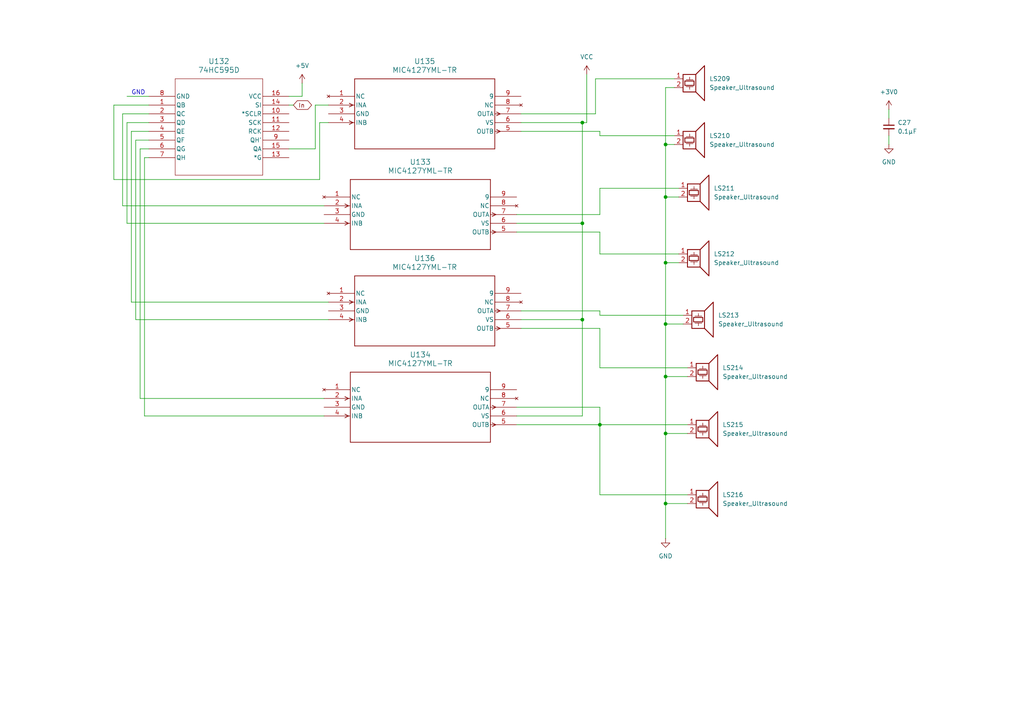
<source format=kicad_sch>
(kicad_sch (version 20250114) (generator "eeschema") (generator_version "9.0")
  (paper "A4")
  (lib_symbols
    (symbol "2025-12-28_09-02-17:MIC4127YML-TR" (pin_names (offset 0.254))
      (property "Reference" "U" (at 27.94 10.16 0))
      (property "Value" "MIC4127YML-TR" (at 27.94 7.62 0))
      (symbol "MIC4127YML-TR_0_1"
        (polyline (pts (xy 7.0993 -2.54) (xy 6.0579 -2.0193)) (stroke (width 0.2032)))
        (polyline (pts (xy 7.0993 -2.54) (xy 6.0579 -3.0607)) (stroke (width 0.2032)))
        (polyline (pts (xy 7.0993 -7.62) (xy 6.0579 -7.0993)) (stroke (width 0.2032)))
        (polyline (pts (xy 7.0993 -7.62) (xy 6.0579 -8.1407)) (stroke (width 0.2032)))
        (polyline (pts (xy 7.62 5.08) (xy 7.62 -15.24)) (stroke (width 0.2032)))
        (polyline (pts (xy 7.62 -15.24) (xy 48.26 -15.24)) (stroke (width 0.2032)))
        (polyline (pts (xy 48.26 5.08) (xy 7.62 5.08)) (stroke (width 0.2032)))
        (polyline (pts (xy 48.26 -15.24) (xy 48.26 5.08)) (stroke (width 0.2032)))
        (polyline (pts (xy 48.7807 -4.5593) (xy 49.8221 -5.08)) (stroke (width 0.2032)))
        (polyline (pts (xy 48.7807 -5.6007) (xy 49.8221 -5.08)) (stroke (width 0.2032)))
        (polyline (pts (xy 48.7807 -9.6393) (xy 49.8221 -10.16)) (stroke (width 0.2032)))
        (polyline (pts (xy 48.7807 -10.6807) (xy 49.8221 -10.16)) (stroke (width 0.2032)))
        (pin no_connect line (at 0 0 0) (length 7.62) (name "NC") (number "1"))
        (pin input line (at 0 -2.54 0) (length 7.62) (name "INA") (number "2"))
        (pin power_in line (at 0 -5.08 0) (length 7.62) (name "GND") (number "3"))
        (pin input line (at 0 -7.62 0) (length 7.62) (name "INB") (number "4"))
        (pin unspecified line (at 55.88 0 180) (length 7.62) (name "9") (number "9"))
        (pin no_connect line (at 55.88 -2.54 180) (length 7.62) (name "NC") (number "8"))
        (pin output line (at 55.88 -5.08 180) (length 7.62) (name "OUTA") (number "7"))
        (pin power_in line (at 55.88 -7.62 180) (length 7.62) (name "VS") (number "6"))
        (pin output line (at 55.88 -10.16 180) (length 7.62) (name "OUTB") (number "5"))
      )
    )
    (symbol "2025-12-28_09-22-42:74HC595D" (pin_names (offset 0.254))
      (property "Reference" "U" (at 20.32 10.16 0))
      (property "Value" "74HC595D" (at 20.32 7.62 0))
      (symbol "74HC595D_0_1"
        (polyline (pts (xy 7.62 5.08) (xy 7.62 -22.86)) (stroke (width 0.127)))
        (polyline (pts (xy 7.62 -22.86) (xy 33.02 -22.86)) (stroke (width 0.127)))
        (polyline (pts (xy 33.02 5.08) (xy 7.62 5.08)) (stroke (width 0.127)))
        (polyline (pts (xy 33.02 -22.86) (xy 33.02 5.08)) (stroke (width 0.127)))
        (pin power_out line (at 0 0 0) (length 7.62) (name "GND") (number "8"))
        (pin output line (at 0 -2.54 0) (length 7.62) (name "QB") (number "1"))
        (pin output line (at 0 -5.08 0) (length 7.62) (name "QC") (number "2"))
        (pin output line (at 0 -7.62 0) (length 7.62) (name "QD") (number "3"))
        (pin output line (at 0 -10.16 0) (length 7.62) (name "QE") (number "4"))
        (pin output line (at 0 -12.7 0) (length 7.62) (name "QF") (number "5"))
        (pin output line (at 0 -15.24 0) (length 7.62) (name "QG") (number "6"))
        (pin output line (at 0 -17.78 0) (length 7.62) (name "QH") (number "7"))
        (pin power_in line (at 40.64 0 180) (length 7.62) (name "VCC") (number "16"))
        (pin input line (at 40.64 -2.54 180) (length 7.62) (name "SI") (number "14"))
        (pin input line (at 40.64 -5.08 180) (length 7.62) (name "*SCLR") (number "10"))
        (pin input line (at 40.64 -7.62 180) (length 7.62) (name "SCK") (number "11"))
        (pin input line (at 40.64 -10.16 180) (length 7.62) (name "RCK") (number "12"))
        (pin output line (at 40.64 -12.7 180) (length 7.62) (name "QH'") (number "9"))
        (pin output line (at 40.64 -15.24 180) (length 7.62) (name "QA") (number "15"))
        (pin input line (at 40.64 -17.78 180) (length 7.62) (name "*G") (number "13"))
      )
    )
    (symbol "Device:C_Small" (pin_numbers (hide yes)) (pin_names (offset 0.254) (hide yes))
      (property "Reference" "C" (at 0.254 1.778 0))
      (property "Value" "C_Small" (at 0.254 -2.032 0))
      (symbol "C_Small_0_1"
        (polyline (pts (xy -1.524 0.508) (xy 1.524 0.508)) (stroke (width 0.3048)))
        (polyline (pts (xy -1.524 -0.508) (xy 1.524 -0.508)) (stroke (width 0.3302)))
      )
      (symbol "C_Small_1_1"
        (pin passive line (at 0 2.54 270) (length 2.032) (name "~") (number "1"))
        (pin passive line (at 0 -2.54 90) (length 2.032) (name "~") (number "2"))
      )
    )
    (symbol "Device:Speaker_Ultrasound" (pin_names (offset 0) (hide yes))
      (property "Reference" "LS" (at 0.635 5.715 0))
      (property "Value" "Speaker_Ultrasound" (at 0.635 3.81 0))
      (symbol "Speaker_Ultrasound_0_0"
        (rectangle (start -2.54 1.27) (end 1.143 -3.81) (stroke (width 0.254)))
        (rectangle (start -2.032 -0.635) (end 0.635 -1.905) (stroke (width 0.254)))
        (polyline (pts (xy -1.651 -0.254) (xy 0.381 -0.254)))
        (polyline (pts (xy -1.651 -2.286) (xy 0.381 -2.286)))
        (polyline (pts (xy -0.635 -0.254) (xy -0.635 0.508)))
        (polyline (pts (xy -0.635 -2.286) (xy -0.635 -3.048)))
        (polyline (pts (xy 1.143 1.27) (xy 3.683 3.81) (xy 3.683 -6.35) (xy 1.143 -3.81)) (stroke (width 0.254)))
      )
      (symbol "Speaker_Ultrasound_1_1"
        (pin input line (at -5.08 0 0) (length 2.54) (name "1") (number "1"))
        (pin input line (at -5.08 -2.54 0) (length 2.54) (name "2") (number "2"))
      )
    )
    (symbol "power:+3V0" (power) (pin_numbers (hide yes)) (pin_names (offset 0) (hide yes))
      (property "Value" "+3V0" (at 0 3.556 0))
      (symbol "+3V0_0_1"
        (polyline (pts (xy -0.762 1.27) (xy 0 2.54)))
        (polyline (pts (xy 0 2.54) (xy 0.762 1.27)))
        (polyline (pts (xy 0 0) (xy 0 2.54)))
      )
      (symbol "+3V0_1_1"
        (pin power_in line (at 0 0 90) (length 0) (name "~") (number "1"))
      )
    )
    (symbol "power:+5V" (power) (pin_numbers (hide yes)) (pin_names (offset 0) (hide yes))
      (property "Value" "+5V" (at 0 3.556 0))
      (symbol "+5V_0_1"
        (polyline (pts (xy -0.762 1.27) (xy 0 2.54)))
        (polyline (pts (xy 0 2.54) (xy 0.762 1.27)))
        (polyline (pts (xy 0 0) (xy 0 2.54)))
      )
      (symbol "+5V_1_1"
        (pin power_in line (at 0 0 90) (length 0) (name "~") (number "1"))
      )
    )
    (symbol "power:GND" (power) (pin_numbers (hide yes)) (pin_names (offset 0) (hide yes))
      (property "Value" "GND" (at 0 -3.81 0))
      (symbol "GND_0_1"
        (polyline (pts (xy 0 0) (xy 0 -1.27) (xy 1.27 -1.27) (xy 0 -2.54) (xy -1.27 -1.27) (xy 0 -1.27)))
      )
      (symbol "GND_1_1"
        (pin power_in line (at 0 0 270) (length 0) (name "~") (number "1"))
      )
    )
    (symbol "power:VCC" (power) (pin_numbers (hide yes)) (pin_names (offset 0) (hide yes))
      (property "Value" "VCC" (at 0 3.556 0))
      (symbol "VCC_0_1"
        (polyline (pts (xy -0.762 1.27) (xy 0 2.54)))
        (polyline (pts (xy 0 2.54) (xy 0.762 1.27)))
        (polyline (pts (xy 0 0) (xy 0 2.54)))
      )
      (symbol "VCC_1_1"
        (pin power_in line (at 0 0 90) (length 0) (name "~") (number "1"))
      )
    )
  )
  (text "GND" (at 40.132 26.924 0) (effects (font (size 1.27 1.27))))
  (junction (at 193.04 125.73))
  (junction (at 193.04 93.98))
  (junction (at 193.04 41.91))
  (junction (at 193.04 76.2))
  (junction (at 193.04 146.05))
  (junction (at 173.99 123.19))
  (junction (at 168.91 92.71))
  (junction (at 193.04 57.15))
  (junction (at 168.91 64.77))
  (junction (at 193.04 109.22))
  (junction (at 168.91 35.56))
  (wire (pts (xy 193.04 41.91) (xy 195.58 41.91)))
  (wire (pts (xy 39.37 40.64) (xy 39.37 92.71)))
  (wire (pts (xy 43.18 33.02) (xy 35.56 33.02)))
  (wire (pts (xy 83.82 27.94) (xy 87.63 27.94)))
  (wire (pts (xy 149.86 120.65) (xy 168.91 120.65)))
  (wire (pts (xy 173.99 123.19) (xy 173.99 143.51)))
  (wire (pts (xy 41.91 45.72) (xy 41.91 120.65)))
  (wire (pts (xy 173.99 54.61) (xy 196.85 54.61)))
  (wire (pts (xy 36.83 64.77) (xy 93.98 64.77)))
  (wire (pts (xy 173.99 38.1) (xy 173.99 39.37)))
  (wire (pts (xy 168.91 35.56) (xy 168.91 64.77)))
  (wire (pts (xy 193.04 76.2) (xy 193.04 93.98)))
  (wire (pts (xy 170.18 21.59) (xy 170.18 35.56)))
  (wire (pts (xy 91.44 30.48) (xy 95.25 30.48)))
  (wire (pts (xy 173.99 123.19) (xy 199.39 123.19)))
  (wire (pts (xy 173.99 39.37) (xy 195.58 39.37)))
  (wire (pts (xy 257.81 31.75) (xy 257.81 34.29)))
  (wire (pts (xy 168.91 35.56) (xy 170.18 35.56)))
  (wire (pts (xy 173.99 90.17) (xy 173.99 91.44)))
  (wire (pts (xy 40.64 115.57) (xy 93.98 115.57)))
  (wire (pts (xy 35.56 33.02) (xy 35.56 59.69)))
  (wire (pts (xy 149.86 64.77) (xy 168.91 64.77)))
  (wire (pts (xy 151.13 35.56) (xy 168.91 35.56)))
  (wire (pts (xy 36.83 35.56) (xy 36.83 64.77)))
  (wire (pts (xy 43.18 45.72) (xy 41.91 45.72)))
  (wire (pts (xy 193.04 125.73) (xy 199.39 125.73)))
  (wire (pts (xy 195.58 25.4) (xy 193.04 25.4)))
  (wire (pts (xy 193.04 41.91) (xy 193.04 57.15)))
  (wire (pts (xy 38.1 38.1) (xy 38.1 87.63)))
  (wire (pts (xy 193.04 25.4) (xy 193.04 41.91)))
  (wire (pts (xy 33.02 52.07) (xy 92.71 52.07)))
  (wire (pts (xy 41.91 120.65) (xy 93.98 120.65)))
  (wire (pts (xy 149.86 123.19) (xy 173.99 123.19)))
  (wire (pts (xy 173.99 95.25) (xy 173.99 106.68)))
  (wire (pts (xy 91.44 43.18) (xy 91.44 30.48)))
  (wire (pts (xy 92.71 52.07) (xy 92.71 35.56)))
  (wire (pts (xy 193.04 93.98) (xy 198.12 93.98)))
  (wire (pts (xy 193.04 57.15) (xy 196.85 57.15)))
  (wire (pts (xy 149.86 62.23) (xy 173.99 62.23)))
  (wire (pts (xy 149.86 118.11) (xy 173.99 118.11)))
  (wire (pts (xy 40.64 43.18) (xy 40.64 115.57)))
  (wire (pts (xy 173.99 143.51) (xy 199.39 143.51)))
  (wire (pts (xy 172.72 33.02) (xy 172.72 22.86)))
  (wire (pts (xy 36.83 27.94) (xy 43.18 27.94)))
  (wire (pts (xy 168.91 92.71) (xy 168.91 120.65)))
  (wire (pts (xy 168.91 64.77) (xy 168.91 92.71)))
  (wire (pts (xy 193.04 57.15) (xy 193.04 76.2)))
  (wire (pts (xy 43.18 30.48) (xy 33.02 30.48)))
  (wire (pts (xy 173.99 67.31) (xy 173.99 73.66)))
  (wire (pts (xy 43.18 38.1) (xy 38.1 38.1)))
  (wire (pts (xy 43.18 40.64) (xy 39.37 40.64)))
  (wire (pts (xy 173.99 62.23) (xy 173.99 54.61)))
  (wire (pts (xy 35.56 59.69) (xy 93.98 59.69)))
  (wire (pts (xy 199.39 146.05) (xy 193.04 146.05)))
  (wire (pts (xy 173.99 118.11) (xy 173.99 123.19)))
  (wire (pts (xy 151.13 38.1) (xy 173.99 38.1)))
  (wire (pts (xy 43.18 43.18) (xy 40.64 43.18)))
  (wire (pts (xy 172.72 22.86) (xy 195.58 22.86)))
  (wire (pts (xy 87.63 24.13) (xy 87.63 27.94)))
  (wire (pts (xy 83.82 30.48) (xy 85.09 30.48)))
  (wire (pts (xy 43.18 35.56) (xy 36.83 35.56)))
  (wire (pts (xy 39.37 92.71) (xy 95.25 92.71)))
  (wire (pts (xy 193.04 125.73) (xy 193.04 146.05)))
  (wire (pts (xy 193.04 109.22) (xy 199.39 109.22)))
  (wire (pts (xy 149.86 67.31) (xy 173.99 67.31)))
  (wire (pts (xy 151.13 33.02) (xy 172.72 33.02)))
  (wire (pts (xy 257.81 39.37) (xy 257.81 41.91)))
  (wire (pts (xy 173.99 91.44) (xy 198.12 91.44)))
  (wire (pts (xy 193.04 109.22) (xy 193.04 125.73)))
  (wire (pts (xy 173.99 106.68) (xy 199.39 106.68)))
  (wire (pts (xy 38.1 87.63) (xy 95.25 87.63)))
  (wire (pts (xy 33.02 30.48) (xy 33.02 52.07)))
  (wire (pts (xy 151.13 92.71) (xy 168.91 92.71)))
  (wire (pts (xy 193.04 93.98) (xy 193.04 109.22)))
  (wire (pts (xy 193.04 146.05) (xy 193.04 156.21)))
  (wire (pts (xy 173.99 73.66) (xy 196.85 73.66)))
  (wire (pts (xy 83.82 43.18) (xy 91.44 43.18)))
  (wire (pts (xy 92.71 35.56) (xy 95.25 35.56)))
  (wire (pts (xy 151.13 90.17) (xy 173.99 90.17)))
  (wire (pts (xy 193.04 76.2) (xy 196.85 76.2)))
  (wire (pts (xy 151.13 95.25) (xy 173.99 95.25)))
  (global_label "In" (shape bidirectional) (at 85.09 30.48 0) (property "Intersheetrefs" "${INTERSHEET_REFS}" (effects (hide yes))))
  (symbol (lib_id "Device:Speaker_Ultrasound") (at 200.66 39.37 0) (unit 1)
    (property "Reference" "LS210" (at 205.74 39.3699 0) (effects (justify left)))
    (property "Value" "Speaker_Ultrasound" (at 205.74 41.9099 0) (effects (justify left)))
    (property "Description" "Ultrasonic transducer" (effects (hide yes)))
  )
  (symbol (lib_id "Device:C_Small") (at 257.81 36.83 0) (unit 1)
    (property "Reference" "C27" (at 260.35 35.5662 0) (effects (justify left)))
    (property "Value" "0.1μF" (at 260.35 38.1062 0) (effects (justify left)))
    (property "Description" "Unpolarized capacitor, small symbol" (effects (hide yes)))
  )
  (symbol (lib_id "2025-12-28_09-02-17:MIC4127YML-TR") (at 95.25 27.94 0) (unit 1)
    (property "Reference" "U135" (at 123.19 17.78 0) (effects (font (size 1.524 1.524))))
    (property "Value" "MIC4127YML-TR" (at 123.19 20.32 0) (effects (font (size 1.524 1.524))))
    (property "Footprint" "MLF-8_ML_MCH" (effects (hide yes)))
    (property "Datasheet" "MIC4127YML-TR" (effects (hide yes)))
  )
  (symbol (lib_id "2025-12-28_09-02-17:MIC4127YML-TR") (at 93.98 57.15 0) (unit 1)
    (property "Reference" "U133" (at 121.92 46.99 0) (effects (font (size 1.524 1.524))))
    (property "Value" "MIC4127YML-TR" (at 121.92 49.53 0) (effects (font (size 1.524 1.524))))
    (property "Footprint" "MLF-8_ML_MCH" (effects (hide yes)))
    (property "Datasheet" "MIC4127YML-TR" (effects (hide yes)))
  )
  (symbol (lib_id "Device:Speaker_Ultrasound") (at 203.2 91.44 0) (unit 1)
    (property "Reference" "LS213" (at 208.28 91.4399 0) (effects (justify left)))
    (property "Value" "Speaker_Ultrasound" (at 208.28 93.9799 0) (effects (justify left)))
    (property "Description" "Ultrasonic transducer" (effects (hide yes)))
  )
  (symbol (lib_id "Device:Speaker_Ultrasound") (at 201.93 54.61 0) (unit 1)
    (property "Reference" "LS211" (at 207.01 54.6099 0) (effects (justify left)))
    (property "Value" "Speaker_Ultrasound" (at 207.01 57.1499 0) (effects (justify left)))
    (property "Description" "Ultrasonic transducer" (effects (hide yes)))
  )
  (symbol (lib_id "Device:Speaker_Ultrasound") (at 201.93 73.66 0) (unit 1)
    (property "Reference" "LS212" (at 207.01 73.6599 0) (effects (justify left)))
    (property "Value" "Speaker_Ultrasound" (at 207.01 76.1999 0) (effects (justify left)))
    (property "Description" "Ultrasonic transducer" (effects (hide yes)))
  )
  (symbol (lib_id "power:VCC") (at 170.18 21.59 0) (unit 1)
    (property "Reference" "#PWR0132" (effects (hide yes)))
    (property "Value" "VCC" (at 170.18 16.51 0))
    (property "Description" "Power symbol creates a global label with name \"VCC\"" (effects (hide yes)))
  )
  (symbol (lib_id "2025-12-28_09-02-17:MIC4127YML-TR") (at 95.25 85.09 0) (unit 1)
    (property "Reference" "U136" (at 123.19 74.93 0) (effects (font (size 1.524 1.524))))
    (property "Value" "MIC4127YML-TR" (at 123.19 77.47 0) (effects (font (size 1.524 1.524))))
    (property "Footprint" "MLF-8_ML_MCH" (effects (hide yes)))
    (property "Datasheet" "MIC4127YML-TR" (effects (hide yes)))
  )
  (symbol (lib_id "2025-12-28_09-22-42:74HC595D") (at 43.18 27.94 0) (unit 1)
    (property "Reference" "U132" (at 63.5 17.78 0) (effects (font (size 1.524 1.524))))
    (property "Value" "74HC595D" (at 63.5 20.32 0) (effects (font (size 1.524 1.524))))
    (property "Footprint" "SOIC16_TOS" (effects (hide yes)))
    (property "Datasheet" "https://toshiba.semicon-storage.com/info/docget.jsp?did=36768&prodName=74HC595D" (effects (hide yes)))
  )
  (symbol (lib_id "power:GND") (at 257.81 41.91 0) (unit 1)
    (property "Reference" "#PWR0135" (effects (hide yes)))
    (property "Value" "GND" (at 257.81 46.99 0))
    (property "Description" "Power symbol creates a global label with name \"GND\" , ground" (effects (hide yes)))
  )
  (symbol (lib_id "power:+3V0") (at 257.81 31.75 0) (unit 1)
    (property "Reference" "#PWR0134" (effects (hide yes)))
    (property "Value" "+3V0" (at 257.81 26.67 0))
    (property "Description" "Power symbol creates a global label with name \"+3V0\"" (effects (hide yes)))
  )
  (symbol (lib_id "power:+5V") (at 87.63 24.13 0) (unit 1)
    (property "Reference" "#PWR0131" (effects (hide yes)))
    (property "Value" "+5V" (at 87.63 19.05 0))
    (property "Description" "Power symbol creates a global label with name \"+5V\"" (effects (hide yes)))
  )
  (symbol (lib_id "Device:Speaker_Ultrasound") (at 204.47 123.19 0) (unit 1)
    (property "Reference" "LS215" (at 209.55 123.1899 0) (effects (justify left)))
    (property "Value" "Speaker_Ultrasound" (at 209.55 125.7299 0) (effects (justify left)))
    (property "Description" "Ultrasonic transducer" (effects (hide yes)))
  )
  (symbol (lib_id "2025-12-28_09-02-17:MIC4127YML-TR") (at 93.98 113.03 0) (unit 1)
    (property "Reference" "U134" (at 121.92 102.87 0) (effects (font (size 1.524 1.524))))
    (property "Value" "MIC4127YML-TR" (at 121.92 105.41 0) (effects (font (size 1.524 1.524))))
    (property "Footprint" "MLF-8_ML_MCH" (effects (hide yes)))
    (property "Datasheet" "MIC4127YML-TR" (effects (hide yes)))
  )
  (symbol (lib_id "power:GND") (at 193.04 156.21 0) (unit 1)
    (property "Reference" "#PWR0133" (effects (hide yes)))
    (property "Value" "GND" (at 193.04 161.29 0))
    (property "Description" "Power symbol creates a global label with name \"GND\" , ground" (effects (hide yes)))
  )
  (symbol (lib_id "Device:Speaker_Ultrasound") (at 200.66 22.86 0) (unit 1)
    (property "Reference" "LS209" (at 205.74 22.8599 0) (effects (justify left)))
    (property "Value" "Speaker_Ultrasound" (at 205.74 25.3999 0) (effects (justify left)))
    (property "Description" "Ultrasonic transducer" (effects (hide yes)))
  )
  (symbol (lib_id "Device:Speaker_Ultrasound") (at 204.47 106.68 0) (unit 1)
    (property "Reference" "LS214" (at 209.55 106.6799 0) (effects (justify left)))
    (property "Value" "Speaker_Ultrasound" (at 209.55 109.2199 0) (effects (justify left)))
    (property "Description" "Ultrasonic transducer" (effects (hide yes)))
  )
  (symbol (lib_id "Device:Speaker_Ultrasound") (at 204.47 143.51 0) (unit 1)
    (property "Reference" "LS216" (at 209.55 143.5099 0) (effects (justify left)))
    (property "Value" "Speaker_Ultrasound" (at 209.55 146.0499 0) (effects (justify left)))
    (property "Description" "Ultrasonic transducer" (effects (hide yes)))
  )
)
</source>
